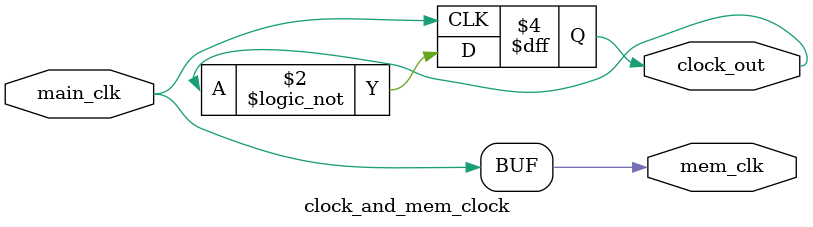
<source format=v>
module clock_and_mem_clock(main_clk, clock_out, mem_clk);
    // 采用 main_clk 作为主时钟输入，内部二分频成 clock_out 和 mem_clk
    // 分别作为 CPU 的工作时钟和对 CPU 模块内含的存储器进行读写控制

    input       main_clk;
    output      clock_out; 
    // 和仿真中的名称对上
    output      mem_clk;
    
    reg         clock_out;

    assign      mem_clk = main_clk;
    // 直接连通到 mem_clk
    
    initial
    begin
        clock_out <= 1'b0;
    end
    
    always @ (posedge main_clk)
    begin
        clock_out <= !clock_out;
        // 二分频
    end
    
endmodule
</source>
